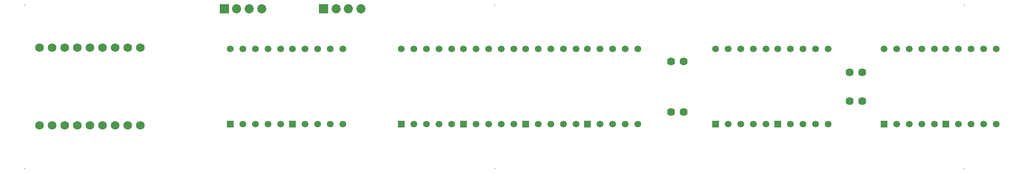
<source format=gts>
G04 Layer_Color=8388736*
%FSLAX25Y25*%
%MOIN*%
G70*
G01*
G75*
%ADD29C,0.06375*%
%ADD30R,0.07296X0.07296*%
%ADD31C,0.07296*%
%ADD32C,0.05328*%
%ADD33R,0.05328X0.05328*%
%ADD34C,0.00800*%
%ADD35C,0.06800*%
D29*
X689945Y-86731D02*
D03*
X699945D02*
D03*
X689945Y-63731D02*
D03*
X699945D02*
D03*
X548195Y-95481D02*
D03*
X558195D02*
D03*
X548195Y-54981D02*
D03*
X558195D02*
D03*
D30*
X193800Y-13100D02*
D03*
X272500D02*
D03*
D31*
X203643D02*
D03*
X213485D02*
D03*
X223328D02*
D03*
X302028D02*
D03*
X292185D02*
D03*
X282343D02*
D03*
D32*
X481901Y-45108D02*
D03*
X491901D02*
D03*
X501901D02*
D03*
X511901D02*
D03*
X521901D02*
D03*
Y-105108D02*
D03*
X511901D02*
D03*
X501901D02*
D03*
X491901D02*
D03*
X766192Y-45108D02*
D03*
X776192D02*
D03*
X786192D02*
D03*
X796192D02*
D03*
X806192D02*
D03*
Y-105108D02*
D03*
X796192D02*
D03*
X786192D02*
D03*
X776192D02*
D03*
X432688Y-45108D02*
D03*
X442688D02*
D03*
X452688D02*
D03*
X462688D02*
D03*
X472688D02*
D03*
Y-105108D02*
D03*
X462688D02*
D03*
X452688D02*
D03*
X442688D02*
D03*
X716980Y-45108D02*
D03*
X726979D02*
D03*
X736979D02*
D03*
X746980D02*
D03*
X756980D02*
D03*
Y-105108D02*
D03*
X746980D02*
D03*
X736979D02*
D03*
X726979D02*
D03*
X383476Y-45108D02*
D03*
X393476D02*
D03*
X403476D02*
D03*
X413476D02*
D03*
X423476D02*
D03*
Y-105108D02*
D03*
X413476D02*
D03*
X403476D02*
D03*
X393476D02*
D03*
X334263Y-45108D02*
D03*
X344263D02*
D03*
X354263D02*
D03*
X364263D02*
D03*
X374263D02*
D03*
Y-105108D02*
D03*
X364263D02*
D03*
X354263D02*
D03*
X344263D02*
D03*
X247688Y-45108D02*
D03*
X257688D02*
D03*
X267688D02*
D03*
X277688D02*
D03*
X287688D02*
D03*
Y-105108D02*
D03*
X277688D02*
D03*
X267688D02*
D03*
X257688D02*
D03*
X632688Y-45108D02*
D03*
X642688D02*
D03*
X652688D02*
D03*
X662688D02*
D03*
X672688D02*
D03*
Y-105108D02*
D03*
X662688D02*
D03*
X652688D02*
D03*
X642688D02*
D03*
X198476Y-45108D02*
D03*
X208476D02*
D03*
X218476D02*
D03*
X228476D02*
D03*
X238476D02*
D03*
Y-105108D02*
D03*
X228476D02*
D03*
X218476D02*
D03*
X208476D02*
D03*
X583476Y-45108D02*
D03*
X593476D02*
D03*
X603476D02*
D03*
X613476D02*
D03*
X623476D02*
D03*
Y-105108D02*
D03*
X613476D02*
D03*
X603476D02*
D03*
X593476D02*
D03*
D33*
X481901D02*
D03*
X766192D02*
D03*
X432688D02*
D03*
X716980D02*
D03*
X383476D02*
D03*
X334263D02*
D03*
X247688D02*
D03*
X632688D02*
D03*
X198476D02*
D03*
X583476D02*
D03*
D34*
X408195Y-10011D02*
D03*
X408193Y-140457D02*
D03*
X780833Y-10011D02*
D03*
X780831Y-140457D02*
D03*
X35557Y-10011D02*
D03*
X35555Y-140457D02*
D03*
D35*
X97058Y-106013D02*
D03*
X47058Y-44202D02*
D03*
X57058D02*
D03*
X67058D02*
D03*
X77058D02*
D03*
X87058D02*
D03*
X97058D02*
D03*
X107058D02*
D03*
X117058D02*
D03*
X127058D02*
D03*
Y-106013D02*
D03*
X117058D02*
D03*
X107058D02*
D03*
X87058D02*
D03*
X77058D02*
D03*
X67058D02*
D03*
X57058D02*
D03*
X47058D02*
D03*
M02*

</source>
